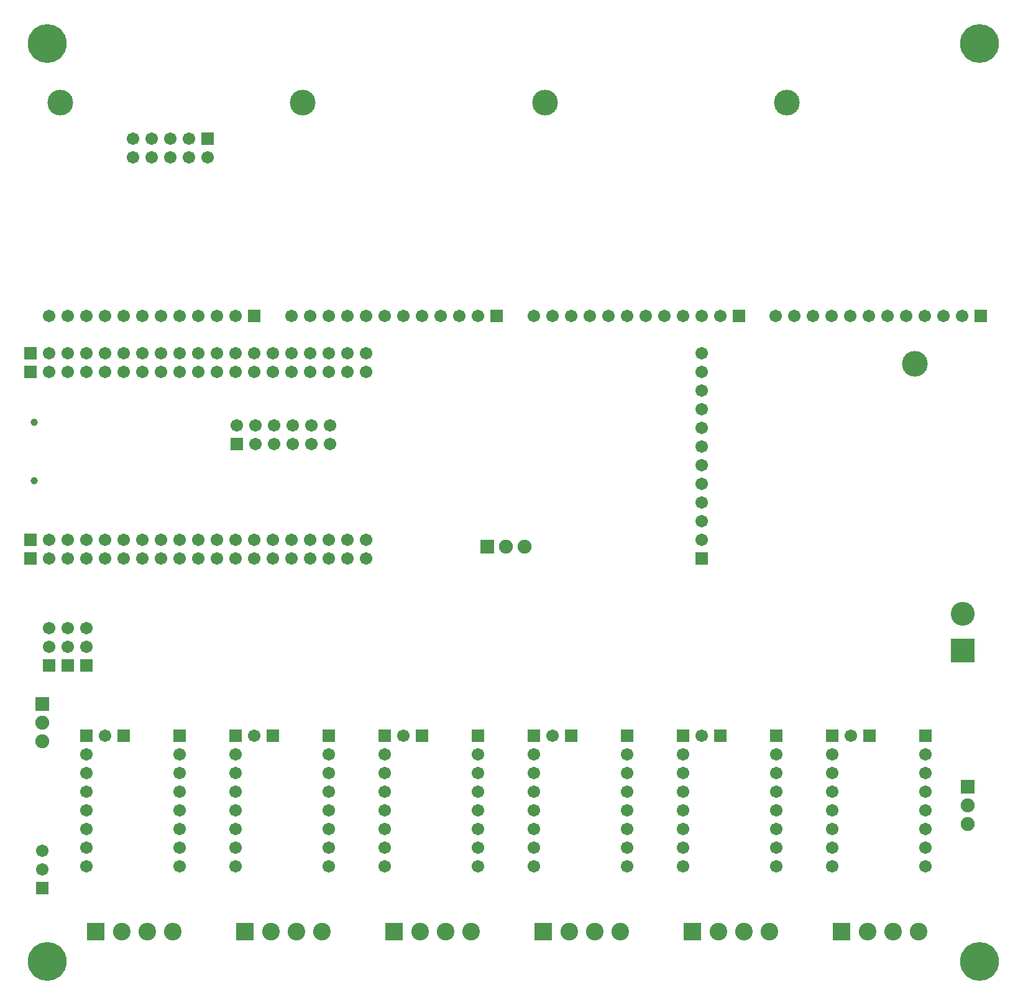
<source format=gbr>
G04 DipTrace 4.0.0.2*
G04 BottomMask.gbr*
%MOIN*%
G04 #@! TF.FileFunction,Soldermask,Bot*
G04 #@! TF.Part,Single*
%ADD56C,0.137795*%
%ADD57C,0.03937*%
%ADD77C,0.094614*%
%ADD79R,0.094614X0.094614*%
%ADD81C,0.128*%
%ADD83R,0.128X0.128*%
%ADD95C,0.208*%
%ADD99C,0.074929*%
%ADD101R,0.074929X0.074929*%
%ADD103C,0.067055*%
%ADD105R,0.067055X0.067055*%
%FSLAX26Y26*%
G04*
G70*
G90*
G75*
G01*
G04 BotMask*
%LPD*%
D105*
X443700Y3793700D3*
D103*
X543700D3*
X643700D3*
X743700D3*
X843700D3*
X943700D3*
X1043700D3*
X1143700D3*
X1243700D3*
X1343700D3*
X1443700D3*
X1543700D3*
X1643700D3*
X1743700D3*
X1843700D3*
X1943700D3*
X2043700D3*
X2143700D3*
X2243700D3*
D105*
X443700Y3693700D3*
D103*
X543700D3*
X643700D3*
X743700D3*
X843700D3*
X943700D3*
X1043700D3*
X1143700D3*
X1243700D3*
X1343700D3*
X1443700D3*
X1543700D3*
X1643700D3*
X1743700D3*
X1843700D3*
X1943700D3*
X2043700D3*
X2143700D3*
X2243700D3*
D101*
X5468700Y1468700D3*
D99*
Y1368700D3*
Y1268700D3*
D101*
X506200Y1912449D3*
D99*
Y1812449D3*
Y1712449D3*
D105*
X443700Y2693700D3*
D103*
X543700D3*
X643700D3*
X743700D3*
X843700D3*
X943700D3*
X1043700D3*
X1143700D3*
X1243700D3*
X1343700D3*
X1443700D3*
X1543700D3*
X1643700D3*
X1743700D3*
X1843700D3*
X1943700D3*
X2043700D3*
X2143700D3*
X2243700D3*
D101*
X2893700Y2756200D3*
D99*
X2993700D3*
X3093700D3*
D105*
X443700Y2793700D3*
D103*
X543700D3*
X643700D3*
X743700D3*
X843700D3*
X943700D3*
X1043700D3*
X1143700D3*
X1243700D3*
X1343700D3*
X1443700D3*
X1543700D3*
X1643700D3*
X1743700D3*
X1843700D3*
X1943700D3*
X2043700D3*
X2143700D3*
X2243700D3*
D105*
X1551180Y3306298D3*
D103*
Y3406298D3*
X1651180Y3306298D3*
Y3406298D3*
X1751180Y3306298D3*
Y3406298D3*
X1851180Y3306298D3*
Y3406298D3*
X1951180Y3306298D3*
Y3406298D3*
X2051180Y3306298D3*
Y3406298D3*
D105*
X743700Y1743700D3*
D103*
Y1643700D3*
Y1543700D3*
Y1443700D3*
Y1343700D3*
Y1243700D3*
Y1143700D3*
Y1043700D3*
D105*
X1543700Y1743700D3*
D103*
Y1643700D3*
Y1543700D3*
Y1443700D3*
Y1343700D3*
Y1243700D3*
Y1143700D3*
Y1043700D3*
D105*
X2343700Y1743700D3*
D103*
Y1643700D3*
Y1543700D3*
Y1443700D3*
Y1343700D3*
Y1243700D3*
Y1143700D3*
Y1043700D3*
D105*
X3143700Y1743700D3*
D103*
Y1643700D3*
Y1543700D3*
Y1443700D3*
Y1343700D3*
Y1243700D3*
Y1143700D3*
Y1043700D3*
D105*
X3943700Y1743700D3*
D103*
Y1643700D3*
Y1543700D3*
Y1443700D3*
Y1343700D3*
Y1243700D3*
Y1143700D3*
Y1043700D3*
D105*
X4743700Y1743700D3*
D103*
Y1643700D3*
Y1543700D3*
Y1443700D3*
Y1343700D3*
Y1243700D3*
Y1143700D3*
Y1043700D3*
D105*
X943700Y1743700D3*
D103*
X843700D3*
D105*
X1743700D3*
D103*
X1643700D3*
D105*
X2543700D3*
D103*
X2443700D3*
D105*
X3343700D3*
D103*
X3243700D3*
D105*
X4143700D3*
D103*
X4043700D3*
D105*
X4943700D3*
D103*
X4843700D3*
D105*
X1243700D3*
D103*
Y1643700D3*
Y1543700D3*
Y1443700D3*
Y1343700D3*
Y1243700D3*
Y1143700D3*
Y1043700D3*
D105*
X2043700Y1743700D3*
D103*
Y1643700D3*
Y1543700D3*
Y1443700D3*
Y1343700D3*
Y1243700D3*
Y1143700D3*
Y1043700D3*
D105*
X2843700Y1743700D3*
D103*
Y1643700D3*
Y1543700D3*
Y1443700D3*
Y1343700D3*
Y1243700D3*
Y1143700D3*
Y1043700D3*
D105*
X3643700Y1743700D3*
D103*
Y1643700D3*
Y1543700D3*
Y1443700D3*
Y1343700D3*
Y1243700D3*
Y1143700D3*
Y1043700D3*
D105*
X4443700Y1743700D3*
D103*
Y1643700D3*
Y1543700D3*
Y1443700D3*
Y1343700D3*
Y1243700D3*
Y1143700D3*
Y1043700D3*
D105*
X5243700Y1743700D3*
D103*
Y1643700D3*
Y1543700D3*
Y1443700D3*
Y1343700D3*
Y1243700D3*
Y1143700D3*
Y1043700D3*
D105*
X1393700Y4943700D3*
D103*
Y4843700D3*
X1293700Y4943700D3*
Y4843700D3*
X1193700Y4943700D3*
Y4843700D3*
X1093700Y4943700D3*
Y4843700D3*
X993700Y4943700D3*
Y4843700D3*
D105*
X743700Y2118700D3*
D103*
Y2218700D3*
Y2318700D3*
D105*
X643700Y2118700D3*
D103*
Y2218700D3*
Y2318700D3*
D105*
X543700Y2118700D3*
D103*
Y2218700D3*
Y2318700D3*
D105*
X506202Y924949D3*
D103*
X506200Y1024949D3*
X506198Y1124949D3*
D95*
X5531495Y531495D3*
Y5452755D3*
X531495D3*
Y531495D3*
D105*
X1643705Y3993700D3*
D103*
X1543705D3*
X1443705D3*
X1343705D3*
X1243705D3*
X1143705D3*
X1043705D3*
X943705D3*
X843714D3*
X743714D3*
X643714D3*
X543714D3*
D56*
X601574Y5135432D3*
D105*
X2943705Y3993700D3*
D103*
X2843705D3*
X2743705D3*
X2643705D3*
X2543705D3*
X2443705D3*
X2343705D3*
X2243705D3*
X2143714D3*
X2043714D3*
X1943714D3*
X1843714D3*
D56*
X1901574Y5135432D3*
D105*
X4243705Y3993700D3*
D103*
X4143705D3*
X4043705D3*
X3943705D3*
X3843705D3*
X3743705D3*
X3643705D3*
X3543705D3*
X3443714D3*
X3343714D3*
X3243714D3*
X3143714D3*
D56*
X3201574Y5135432D3*
D105*
X5540106Y3993700D3*
D103*
X5440106D3*
X5340106D3*
X5240106D3*
X5140106D3*
X5040106D3*
X4940106D3*
X4840106D3*
X4740115D3*
X4640115D3*
X4540115D3*
X4440115D3*
D56*
X4497974Y5135432D3*
D105*
X4043700Y2693708D3*
D103*
Y2793708D3*
Y2893708D3*
Y2993708D3*
Y3093708D3*
Y3193708D3*
Y3293708D3*
Y3393708D3*
Y3493699D3*
Y3593699D3*
Y3693699D3*
Y3793699D3*
D56*
X5185432Y3735839D3*
D57*
X462598Y3422834D3*
Y3107873D3*
D83*
X5443699Y2199949D3*
D81*
Y2396800D3*
D79*
X793700Y693700D3*
D77*
X931495D3*
X1069291D3*
X1207086D3*
D79*
X1593700D3*
D77*
X1731495D3*
X1869291D3*
X2007086D3*
D79*
X2393700D3*
D77*
X2531495D3*
X2669291D3*
X2807086D3*
D79*
X3193700D3*
D77*
X3331495D3*
X3469291D3*
X3607086D3*
D79*
X3993700D3*
D77*
X4131495D3*
X4269291D3*
X4407086D3*
D79*
X4793700D3*
D77*
X4931495D3*
X5069291D3*
X5207086D3*
M02*

</source>
